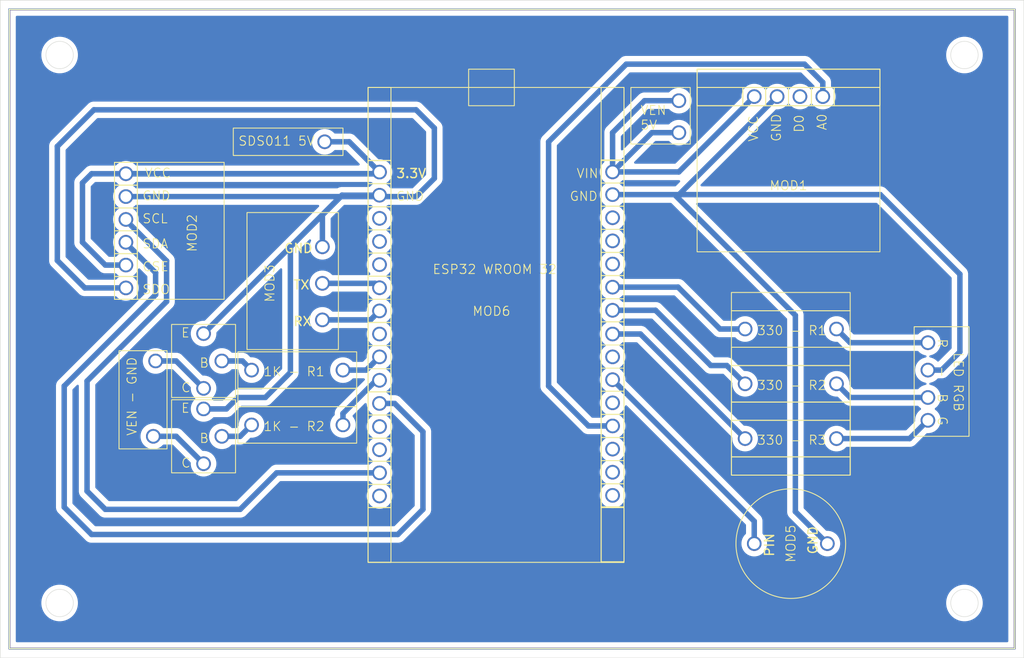
<source format=kicad_pcb>
(kicad_pcb (version 20241229) (generator "pcbnew") (generator_version "9.0")
  (layers (0 "F.Cu" jumper) (2 "B.Cu" mixed) (13 "F.Paste" user) (15 "B.Paste" user) (5 "F.SilkS" user "F.Silkscreen") (7 "B.SilkS" user "B.Silkscreen") (1 "F.Mask" user) (3 "B.Mask" user) (25 "Edge.Cuts" user))
  (net 0 "")
  (net 2 "Net-(MOD1-A0)")
  (net 3 "Net-(MOD1-GND)")
  (net 4 "Net-(MOD1-5V)")
  (net 5 "Net-(MOD2-GND)")
  (net 6 "Net-(MOD2-SCL)")
  (net 7 "Net-(MOD2-3.3V)")
  (net 8 "Net-(MOD2-SDA)")
  (net 9 "Net-(MOD3-TX)")
  (net 10 "Net-(MOD3-RX)")
  (net 11 "Net-(MOD4-R)")
  (net 12 "Net-(MOD4-G)")
  (net 13 "Net-(MOD4-B)")
  (net 14 "Net-(MOD5-PIN)")
  (net 18 "Net-(MOD6-D27)")
  (net 22 "Net-(MOD6-D18)")
  (net 26 "Net-(MOD6-D19)")
  (net 30 "Net-(MOD6-D25)")
  (net 34 "Net-(MOD6-D26)")
  (net 35 "unconnected-(U1-C-Pad3)")
  (net 36 "Net-(U1-B)")
  (net 37 "unconnected-(U3-C-Pad3)")
  (net 38 "Net-(U3-B)")
  (footprint "LIBRARYCOMP:BUZZER" (layer "F.Cu") (at 170.5 128 90)
    (property "Reference" "MOD5" (at 0 0 90) (layer "F.SilkS") (effects (font (thickness 0.1))))
    (property "Value" "BUZZER" (hide yes))
    (fp_circle (center 0 0) (end 6 0) (stroke (width 0.1)) (fill no) (layer "F.SilkS"))
    (fp_text user "PIN" (at -1.5 -1.75 90) (layer "F.SilkS") (effects (justify left bottom)))
    (fp_text user "GND" (at -1.25 3 90) (layer "F.SilkS") (effects (justify left bottom)))
    (pad "1" thru_hole circle (at 0 -4 90) (size 1.6 1.6) (drill 1.2) (layers "*.Cu" "*.Mask") (net 14 "Net-(MOD5-PIN)"))
    (pad "2" thru_hole circle (at 0 4 90) (size 1.6 1.6) (drill 1.2) (layers "*.Cu" "*.Mask") (net 3 "Net-(MOD1-GND)"))
  )
  (footprint "LIBRARYCOMP:ESP32 WROOM 32" (layer "F.Cu") (at 137.75 103.05)
    (property "Reference" "MOD6" (at 0 -0.5 0) (layer "F.SilkS") (effects (font (thickness 0.1))))
    (property "Value" "MOD" (hide yes))
    (fp_rect (start -13.5 -25) (end -11 -17) (stroke (width 0.1)) (fill no) (layer "F.SilkS"))
    (fp_rect (start -13.5 -25) (end 14.5 27) (stroke (width 0.1)) (fill no) (layer "F.SilkS"))
    (fp_rect (start -13.5 -17) (end -11 -14.466666) (stroke (width 0.1)) (fill no) (layer "F.SilkS"))
    (fp_rect (start -13.5 -17) (end -11 21) (stroke (width 0.1)) (fill no) (layer "F.SilkS"))
    (fp_rect (start -13.5 -14.466666) (end -11 -11.933332) (stroke (width 0.1)) (fill no) (layer "F.SilkS"))
    (fp_rect (start -13.5 -11.933332) (end -11 -9.399998) (stroke (width 0.1)) (fill no) (layer "F.SilkS"))
    (fp_rect (start -13.5 -9.399998) (end -11 -6.866664) (stroke (width 0.1)) (fill no) (layer "F.SilkS"))
    (fp_rect (start -13.5 -6.866664) (end -11 -4.33333) (stroke (width 0.1)) (fill no) (layer "F.SilkS"))
    (fp_rect (start -13.5 -4.33333) (end -11 -1.799996) (stroke (width 0.1)) (fill no) (layer "F.SilkS"))
    (fp_rect (start -13.5 -1.799996) (end -11 0.733338) (stroke (width 0.1)) (fill no) (layer "F.SilkS"))
    (fp_rect (start -13.5 0.733338) (end -11 3.266672) (stroke (width 0.1)) (fill no) (layer "F.SilkS"))
    (fp_rect (start -13.5 5.799996) (end -11 8.33333) (stroke (width 0.1)) (fill no) (layer "F.SilkS"))
    (fp_rect (start -13.5 8.33333) (end -11 10.866664) (stroke (width 0.1)) (fill no) (layer "F.SilkS"))
    (fp_rect (start -13.5 10.866664) (end -11 13.399998) (stroke (width 0.1)) (fill no) (layer "F.SilkS"))
    (fp_rect (start -13.5 13.399998) (end -11 15.933332) (stroke (width 0.1)) (fill no) (layer "F.SilkS"))
    (fp_rect (start -13.5 15.933332) (end -11 18.466666) (stroke (width 0.1)) (fill no) (layer "F.SilkS"))
    (fp_rect (start -13.5 18.466666) (end -11 21) (stroke (width 0.1)) (fill no) (layer "F.SilkS"))
    (fp_rect (start -13.5 21) (end -11 27) (stroke (width 0.1)) (fill no) (layer "F.SilkS"))
    (fp_rect (start -2.5 -27) (end 2.5 -23) (stroke (width 0.1)) (fill no) (layer "F.SilkS"))
    (fp_rect (start 12 -25) (end 14.5 -17) (stroke (width 0.1)) (fill no) (layer "F.SilkS"))
    (fp_rect (start 12 -17.066668) (end 14.5 -14.533334) (stroke (width 0.1)) (fill no) (layer "F.SilkS"))
    (fp_rect (start 12 -17.066668) (end 14.5 20.933332) (stroke (width 0.1)) (fill no) (layer "F.SilkS"))
    (fp_rect (start 12 -17) (end 14.5 21) (stroke (width 0.1)) (fill no) (layer "F.SilkS"))
    (fp_rect (start 12 -14.533334) (end 14.5 -12) (stroke (width 0.1)) (fill no) (layer "F.SilkS"))
    (fp_rect (start 12 -12) (end 14.5 -9.466666) (stroke (width 0.1)) (fill no) (layer "F.SilkS"))
    (fp_rect (start 12 -9.466666) (end 14.5 -6.933332) (stroke (width 0.1)) (fill no) (layer "F.SilkS"))
    (fp_rect (start 12 -6.933332) (end 14.5 -4.399998) (stroke (width 0.1)) (fill no) (layer "F.SilkS"))
    (fp_rect (start 12 -4.399998) (end 14.5 -1.866664) (stroke (width 0.1)) (fill no) (layer "F.SilkS"))
    (fp_rect (start 12 -1.866664) (end 14.5 0.66667) (stroke (width 0.1)) (fill no) (layer "F.SilkS"))
    (fp_rect (start 12 0.66667) (end 14.5 3.200004) (stroke (width 0.1)) (fill no) (layer "F.SilkS"))
    (fp_rect (start 12 5.733328) (end 14.5 8.266662) (stroke (width 0.1)) (fill no) (layer "F.SilkS"))
    (fp_rect (start 12 8.266662) (end 14.5 10.799996) (stroke (width 0.1)) (fill no) (layer "F.SilkS"))
    (fp_rect (start 12 10.799996) (end 14.5 13.33333) (stroke (width 0.1)) (fill no) (layer "F.SilkS"))
    (fp_rect (start 12 13.33333) (end 14.5 15.866664) (stroke (width 0.1)) (fill no) (layer "F.SilkS"))
    (fp_rect (start 12 15.866664) (end 14.5 18.399998) (stroke (width 0.1)) (fill no) (layer "F.SilkS"))
    (fp_rect (start 12 18.399998) (end 14.5 20.933332) (stroke (width 0.1)) (fill no) (layer "F.SilkS"))
    (fp_rect (start 12 20.933332) (end 14.5 26.933332) (stroke (width 0.1)) (fill no) (layer "F.SilkS"))
    (fp_rect (start 12 21) (end 14.5 27) (stroke (width 0.1)) (fill no) (layer "F.SilkS"))
    (fp_text user "GND" (at 8.5 -12.5 0) (layer "F.SilkS") (effects (font (thickness 0.1)) (justify left bottom)))
    (fp_text user "3.3V" (at -10.5 -15 0) (layer "F.SilkS") (effects (justify left bottom)))
    (fp_text user "GND" (at -10.5 -12.5 0) (layer "F.SilkS") (effects (font (thickness 0.1)) (justify left bottom)))
    (fp_text user "ESP32 WROOM 32" (at -6.5 -4.5 0) (layer "F.SilkS") (effects (font (thickness 0.1)) (justify left bottom)))
    (fp_text user "VIN" (at 9.25 -15 0) (layer "F.SilkS") (effects (font (thickness 0.1)) (justify left bottom)))
    (pad "1" thru_hole circle (at 13.25 -15.75) (size 1.6 1.6) (drill 1.2) (layers "*.Cu" "*.Mask") (net 4 "Net-(MOD1-5V)"))
    (pad "2" thru_hole circle (at 13.25 -13.266667) (size 1.6 1.6) (drill 1.2) (layers "*.Cu" "*.Mask") (net 3 "Net-(MOD1-GND)"))
    (pad "3" thru_hole circle (at 13.25 -10.733333) (size 1.6 1.6) (drill 1.2) (layers "*.Cu" "*.Mask"))
    (pad "4" thru_hole circle (at 13.25 -8.199999) (size 1.6 1.6) (drill 1.2) (layers "*.Cu" "*.Mask"))
    (pad "5" thru_hole circle (at 13.25 -5.666665) (size 1.6 1.6) (drill 1.2) (layers "*.Cu" "*.Mask"))
    (pad "6" thru_hole circle (at 13.25 -3.133331) (size 1.6 1.6) (drill 1.2) (layers "*.Cu" "*.Mask") (net 18 "Net-(MOD6-D27)"))
    (pad "7" thru_hole circle (at 13.25 -0.599997) (size 1.6 1.6) (drill 1.2) (layers "*.Cu" "*.Mask") (net 34 "Net-(MOD6-D26)"))
    (pad "8" thru_hole circle (at 13.25 2) (size 1.6 1.6) (drill 1.2) (layers "*.Cu" "*.Mask") (net 30 "Net-(MOD6-D25)"))
    (pad "9" thru_hole circle (at 13.25 4.5) (size 1.6 1.6) (drill 1.2) (layers "*.Cu" "*.Mask"))
    (pad "10" thru_hole circle (at 13.25 6.999995) (size 1.6 1.6) (drill 1.2) (layers "*.Cu" "*.Mask") (net 14 "Net-(MOD5-PIN)"))
    (pad "11" thru_hole circle (at 13.25 9.533329) (size 1.6 1.6) (drill 1.2) (layers "*.Cu" "*.Mask"))
    (pad "12" thru_hole circle (at 13.25 12.066663) (size 1.6 1.6) (drill 1.2) (layers "*.Cu" "*.Mask") (net 2 "Net-(MOD1-A0)"))
    (pad "13" thru_hole circle (at 13.25 14.599997) (size 1.6 1.6) (drill 1.2) (layers "*.Cu" "*.Mask"))
    (pad "14" thru_hole circle (at 13.25 17.133331) (size 1.6 1.6) (drill 1.2) (layers "*.Cu" "*.Mask"))
    (pad "15" thru_hole circle (at 13.25 19.666665) (size 1.6 1.6) (drill 1.2) (layers "*.Cu" "*.Mask"))
    (pad "16" thru_hole circle (at -12.25 -15.733333) (size 1.6 1.6) (drill 1.2) (layers "*.Cu" "*.Mask") (net 7 "Net-(MOD2-3.3V)"))
    (pad "17" thru_hole circle (at -12.25 -13.199999) (size 1.6 1.6) (drill 1.2) (layers "*.Cu" "*.Mask") (net 5 "Net-(MOD2-GND)"))
    (pad "18" thru_hole circle (at -12.25 -10.666665) (size 1.6 1.6) (drill 1.2) (layers "*.Cu" "*.Mask"))
    (pad "19" thru_hole circle (at -12.25 -8.133331) (size 1.6 1.6) (drill 1.2) (layers "*.Cu" "*.Mask"))
    (pad "20" thru_hole circle (at -12.25 -5.599997) (size 1.6 1.6) (drill 1.2) (layers "*.Cu" "*.Mask"))
    (pad "21" thru_hole circle (at -12.25 -3.066663) (size 1.6 1.6) (drill 1.2) (layers "*.Cu" "*.Mask") (net 9 "Net-(MOD3-TX)"))
    (pad "22" thru_hole circle (at -12.25 -0.533329) (size 1.6 1.6) (drill 1.2) (layers "*.Cu" "*.Mask") (net 10 "Net-(MOD3-RX)"))
    (pad "23" thru_hole circle (at -12.25 2.000005) (size 1.6 1.6) (drill 1.2) (layers "*.Cu" "*.Mask"))
    (pad "24" thru_hole circle (at -12.25 4.5) (size 1.6 1.6) (drill 1.2) (layers "*.Cu" "*.Mask") (net 22 "Net-(MOD6-D18)"))
    (pad "25" thru_hole circle (at -12.25 7.066663) (size 1.6 1.6) (drill 1.2) (layers "*.Cu" "*.Mask") (net 26 "Net-(MOD6-D19)"))
    (pad "26" thru_hole circle (at -12.25 9.599997) (size 1.6 1.6) (drill 1.2) (layers "*.Cu" "*.Mask") (net 8 "Net-(MOD2-SDA)"))
    (pad "27" thru_hole circle (at -12.25 12.133331) (size 1.6 1.6) (drill 1.2) (layers "*.Cu" "*.Mask"))
    (pad "28" thru_hole circle (at -12.25 14.666665) (size 1.6 1.6) (drill 1.2) (layers "*.Cu" "*.Mask"))
    (pad "29" thru_hole circle (at -12.25 17.199999) (size 1.6 1.6) (drill 1.2) (layers "*.Cu" "*.Mask") (net 6 "Net-(MOD2-SCL)"))
    (pad "30" thru_hole circle (at -12.25 19.733333) (size 1.6 1.6) (drill 1.2) (layers "*.Cu" "*.Mask"))
  )
  (footprint "" (layer "F.Cu") (at 158.25 79.5)
    (property "Reference" "" (at 0 0 0) (layer "F.SilkS") (effects (font (size 1.27 1.27))))
    (property "Value" "")
    (pad "VEN" thru_hole circle (at 0 0) (size 1.6 1.6) (drill 1.2) (layers "*.Cu" "*.Mask") (net 4 "Net-(MOD1-5V)"))
  )
  (footprint "LIBRARYCOMP:SDS011" (layer "F.Cu") (at 116 99.5)
    (property "Reference" "MOD3" (at -2.5 0 90) (layer "F.SilkS") (effects (font (thickness 0.1))))
    (property "Value" "SDS011" (hide yes))
    (fp_rect (start -5 -7.75) (end 5 7.25) (stroke (width 0.1)) (fill no) (layer "F.SilkS"))
    (fp_text user "RX" (at 0 4.75 0) (layer "F.SilkS") (effects (justify left bottom)))
    (fp_text user "GND" (at -1 -3.25 0) (layer "F.SilkS") (effects (justify left bottom)))
    (fp_text user "TX" (at 0 0.75 0) (layer "F.SilkS") (effects (justify left bottom)))
    (pad "1" thru_hole circle (at 3.25 -4) (size 1.6 1.6) (drill 1.2) (layers "*.Cu" "*.Mask") (net 5 "Net-(MOD2-GND)"))
    (pad "2" thru_hole circle (at 3.25 0) (size 1.6 1.6) (drill 1.2) (layers "*.Cu" "*.Mask") (net 9 "Net-(MOD3-TX)"))
    (pad "3" thru_hole circle (at 3.25 4) (size 1.6 1.6) (drill 1.2) (layers "*.Cu" "*.Mask") (net 10 "Net-(MOD3-RX)"))
  )
  (footprint "" (layer "F.Cu") (at 100.75 116.25)
    (property "Reference" "" (at 0 0 0) (layer "F.SilkS") (effects (font (size 1.27 1.27))))
    (property "Value" "")
    (pad "VEN" thru_hole circle (at 0 0) (size 1.6 1.6) (drill 1.2) (layers "*.Cu" "*.Mask") (net 35 "unconnected-(U1-C-Pad3)"))
  )
  (footprint "LIBRARYCOMP:RN_GROUP" (layer "F.Cu") (at 117.5 112.5)
    (property "Reference" "U4" (hide yes))
    (property "Value" "RN_GROUP" (hide yes))
    (fp_rect (start -7.5 -5.5) (end 5.5 -1.5) (stroke (width 0.1)) (fill no) (layer "F.SilkS"))
    (fp_rect (start -7.5 -1.5) (end 5.5 0.5) (stroke (width 0.1)) (fill no) (layer "F.SilkS"))
    (fp_rect (start -7.5 0.5) (end 5.5 4.5) (stroke (width 0.1)) (fill no) (layer "F.SilkS"))
    (fp_text user "1K - R2" (at -4.75 3.25 0) (layer "F.SilkS") (effects (font (thickness 0.1)) (justify left bottom)))
    (fp_text user "1K - R1" (at -4.75 -2.75 0) (layer "F.SilkS") (effects (font (thickness 0.1)) (justify left bottom)))
    (pad "1" thru_hole circle (at 4 -3.5) (size 1.6 1.6) (drill 1.2) (layers "*.Cu" "*.Mask") (net 22 "Net-(MOD6-D18)"))
    (pad "2" thru_hole circle (at -6 -3.5) (size 1.6 1.6) (drill 1.2) (layers "*.Cu" "*.Mask") (net 38 "Net-(U3-B)"))
    (pad "3" thru_hole circle (at 4 2.5) (size 1.6 1.6) (drill 1.2) (layers "*.Cu" "*.Mask") (net 26 "Net-(MOD6-D19)"))
    (pad "4" thru_hole circle (at -6 2.5) (size 1.6 1.6) (drill 1.2) (layers "*.Cu" "*.Mask") (net 36 "Net-(U1-B)"))
  )
  (footprint "" (layer "F.Cu") (at 158.25 83)
    (property "Reference" "" (at 0 0 0) (layer "F.SilkS") (effects (font (size 1.27 1.27))))
    (property "Value" "")
    (pad "VEN" thru_hole circle (at 0 0) (size 1.6 1.6) (drill 1.2) (layers "*.Cu" "*.Mask") (net 4 "Net-(MOD1-5V)"))
  )
  (footprint "LIBRARYCOMP:LED RGB" (layer "F.Cu") (at 165 104.25 -90)
    (property "Reference" "MOD4" (hide yes))
    (property "Value" "LED RGB" (hide yes))
    (fp_rect (start 0 -25) (end 12 -19) (stroke (width 0.1)) (fill no) (layer "F.SilkS"))
    (fp_text user "LED RGB" (at 2.75 -23.25 270) (layer "F.SilkS") (effects (font (thickness 0.1)) (justify left bottom)))
    (fp_text user "-" (at 4.25 -21.5 270) (layer "F.SilkS") (effects (font (thickness 0.1)) (justify left bottom)))
    (fp_text user "R" (at 1.25 -21.5 270) (layer "F.SilkS") (effects (font (thickness 0.1)) (justify left bottom)))
    (fp_text user "B" (at 7.25 -21.5 270) (layer "F.SilkS") (effects (font (thickness 0.1)) (justify left bottom)))
    (fp_text user "G" (at 9.75 -21.5 270) (layer "F.SilkS") (effects (font (thickness 0.1)) (justify left bottom)))
    (pad "1" thru_hole circle (at 1.75 -20.5 270) (size 1.6 1.6) (drill 1.2) (layers "*.Cu" "*.Mask") (net 11 "Net-(MOD4-R)"))
    (pad "2" thru_hole circle (at 4.75 -20.5 270) (size 1.6 1.6) (drill 1.2) (layers "*.Cu" "*.Mask") (net 3 "Net-(MOD1-GND)"))
    (pad "3" thru_hole circle (at 7.75 -20.5 270) (size 1.6 1.6) (drill 1.2) (layers "*.Cu" "*.Mask") (net 13 "Net-(MOD4-B)"))
    (pad "4" thru_hole circle (at 10.25 -20.5 270) (size 1.6 1.6) (drill 1.2) (layers "*.Cu" "*.Mask") (net 12 "Net-(MOD4-G)"))
  )
  (footprint "LIBRARYCOMP:GROUP_R" (layer "F.Cu") (at 170.5 110.5)
    (property "Reference" "U2" (hide yes))
    (property "Value" "R_GROUP" (hide yes))
    (fp_rect (start -6.5 -10) (end 6.5 -8) (stroke (width 0.1)) (fill no) (layer "F.SilkS"))
    (fp_rect (start -6.5 -8) (end 6.5 10) (stroke (width 0.1)) (fill no) (layer "F.SilkS"))
    (fp_rect (start -6.5 -4) (end 6.5 -2) (stroke (width 0.1)) (fill no) (layer "F.SilkS"))
    (fp_rect (start -6.5 -2) (end 6.5 2) (stroke (width 0.1)) (fill no) (layer "F.SilkS"))
    (fp_rect (start -6.5 2) (end 6.5 4) (stroke (width 0.1)) (fill no) (layer "F.SilkS"))
    (fp_rect (start -6.5 4) (end 6.5 8) (stroke (width 0.1)) (fill no) (layer "F.SilkS"))
    (fp_rect (start -6.5 8) (end 6.5 10) (stroke (width 0.1)) (fill no) (layer "F.SilkS"))
    (fp_text user "330 - R2" (at -3.75 0.75 0) (layer "F.SilkS") (effects (font (thickness 0.1)) (justify left bottom)))
    (fp_text user "330 - R3" (at -3.75 6.75 0) (layer "F.SilkS") (effects (font (thickness 0.1)) (justify left bottom)))
    (fp_text user "330 - R1" (at -3.75 -5.25 0) (layer "F.SilkS") (effects (font (thickness 0.1)) (justify left bottom)))
    (pad "1" thru_hole circle (at 5 -6) (size 1.6 1.6) (drill 1.2) (layers "*.Cu" "*.Mask") (net 11 "Net-(MOD4-R)"))
    (pad "2" thru_hole circle (at -5 -6) (size 1.6 1.6) (drill 1.2) (layers "*.Cu" "*.Mask") (net 18 "Net-(MOD6-D27)"))
    (pad "3" thru_hole circle (at 5 0) (size 1.6 1.6) (drill 1.2) (layers "*.Cu" "*.Mask") (net 13 "Net-(MOD4-B)"))
    (pad "4" thru_hole circle (at -5 0) (size 1.6 1.6) (drill 1.2) (layers "*.Cu" "*.Mask") (net 34 "Net-(MOD6-D26)"))
    (pad "5" thru_hole circle (at 5 6) (size 1.6 1.6) (drill 1.2) (layers "*.Cu" "*.Mask") (net 12 "Net-(MOD4-G)"))
    (pad "6" thru_hole circle (at -5 6) (size 1.6 1.6) (drill 1.2) (layers "*.Cu" "*.Mask") (net 30 "Net-(MOD6-D25)"))
  )
  (footprint "LIBRARYCOMP:2N2222" (layer "F.Cu") (at 111.75 104)
    (property "Reference" "U3" (hide yes))
    (property "Value" "2N2222" (hide yes))
    (fp_rect (start -9 0) (end -2 8) (stroke (width 0.1)) (fill no) (layer "F.SilkS"))
    (fp_text user "B" (at -6 4.8 0) (layer "F.SilkS") (effects (font (thickness 0.1)) (justify left bottom)))
    (fp_text user "E" (at -8 1.5 0) (layer "F.SilkS") (effects (font (thickness 0.1)) (justify left bottom)))
    (fp_text user "C" (at -8 7.5 0) (layer "F.SilkS") (effects (font (thickness 0.1)) (justify left bottom)))
    (pad "1" thru_hole circle (at -3.5 4) (size 1.6 1.6) (drill 1.2) (layers "*.Cu" "*.Mask") (net 38 "Net-(U3-B)"))
    (pad "2" thru_hole circle (at -5.5 1) (size 1.6 1.6) (drill 1.2) (layers "*.Cu" "*.Mask") (net 5 "Net-(MOD2-GND)"))
    (pad "3" thru_hole circle (at -5.5 7) (size 1.6 1.6) (drill 1.2) (layers "*.Cu" "*.Mask") (net 37 "unconnected-(U3-C-Pad3)"))
  )
  (footprint "" (layer "F.Cu") (at 119.5 84)
    (property "Reference" "" (at 0 0 0) (layer "F.SilkS") (effects (font (size 1.27 1.27))))
    (property "Value" "")
    (pad "S" thru_hole circle (at 0 0 90) (size 1.6 1.6) (drill 1.2) (layers "*.Cu" "*.Mask") (net 7 "Net-(MOD2-3.3V)"))
  )
  (footprint "" (layer "F.Cu") (at 101 108)
    (property "Reference" "" (at 0 0 0) (layer "F.SilkS") (effects (font (size 1.27 1.27))))
    (property "Value" "")
    (pad "VEN" thru_hole circle (at 0 0) (size 1.6 1.6) (drill 1.2) (layers "*.Cu" "*.Mask") (net 37 "unconnected-(U3-C-Pad3)"))
  )
  (footprint "LIBRARYCOMP:2N2222" (layer "F.Cu") (at 111.75 112.25)
    (property "Reference" "U1" (hide yes))
    (property "Value" "2N2222" (hide yes))
    (fp_rect (start -9 0) (end -2 8) (stroke (width 0.1)) (fill no) (layer "F.SilkS"))
    (fp_text user "E" (at -8 1.5 0) (layer "F.SilkS") (effects (font (thickness 0.1)) (justify left bottom)))
    (fp_text user "B" (at -6 4.8 0) (layer "F.SilkS") (effects (font (thickness 0.1)) (justify left bottom)))
    (fp_text user "C" (at -8 7.5 0) (layer "F.SilkS") (effects (font (thickness 0.1)) (justify left bottom)))
    (pad "1" thru_hole circle (at -3.5 4) (size 1.6 1.6) (drill 1.2) (layers "*.Cu" "*.Mask") (net 36 "Net-(U1-B)"))
    (pad "2" thru_hole circle (at -5.5 1) (size 1.6 1.6) (drill 1.2) (layers "*.Cu" "*.Mask") (net 5 "Net-(MOD2-GND)"))
    (pad "3" thru_hole circle (at -5.5 7) (size 1.6 1.6) (drill 1.2) (layers "*.Cu" "*.Mask") (net 35 "unconnected-(U1-C-Pad3)"))
  )
  (footprint "LIBRARYCOMP:MQ-135" (layer "F.Cu") (at 170.25 83.55)
    (property "Reference" "MOD1" (at 0 5.25 0) (layer "F.SilkS") (effects (font (thickness 0.1))))
    (property "Value" "MQ-135" (hide yes))
    (fp_rect (start -10 -7.5) (end 10 -5.5) (stroke (width 0.1)) (fill no) (layer "F.SilkS"))
    (fp_rect (start -10 -7.5) (end 10 12.5) (stroke (width 0.1)) (fill no) (layer "F.SilkS"))
    (fp_rect (start -10 -5.5) (end -5 -3.5) (stroke (width 0.1)) (fill no) (layer "F.SilkS"))
    (fp_rect (start -10 -5.5) (end 10 -3.5) (stroke (width 0.1)) (fill no) (layer "F.SilkS"))
    (fp_rect (start -5 -5.5) (end -2.5 -3.5) (stroke (width 0.1)) (fill no) (layer "F.SilkS"))
    (fp_rect (start -2.5 -5.5) (end 0 -3.5) (stroke (width 0.1)) (fill no) (layer "F.SilkS"))
    (fp_rect (start 0 -5.5) (end 2.5 -3.5) (stroke (width 0.1)) (fill no) (layer "F.SilkS"))
    (fp_rect (start 2.5 -5.5) (end 5 -3.5) (stroke (width 0.1)) (fill no) (layer "F.SilkS"))
    (fp_rect (start 5 -5.5) (end 10 -3.5) (stroke (width 0.1)) (fill no) (layer "F.SilkS"))
    (fp_text user "D0" (at 1.75 -0.5 90) (layer "F.SilkS") (effects (font (thickness 0.1)) (justify left bottom)))
    (fp_text user "A0" (at 4.25 -0.75 90) (layer "F.SilkS") (effects (font (thickness 0.1)) (justify left bottom)))
    (fp_text user "VCC" (at -3.25 0.5 90) (layer "F.SilkS") (effects (font (thickness 0.1)) (justify left bottom)))
    (fp_text user "GND" (at -0.75 0.5 90) (layer "F.SilkS") (effects (font (thickness 0.1)) (justify left bottom)))
    (pad "1" thru_hole circle (at -3.75 -4.5) (size 1.6 1.6) (drill 1.2) (layers "*.Cu" "*.Mask") (net 4 "Net-(MOD1-5V)"))
    (pad "2" thru_hole circle (at -1.25 -4.5) (size 1.6 1.6) (drill 1.2) (layers "*.Cu" "*.Mask") (net 3 "Net-(MOD1-GND)"))
    (pad "3" thru_hole circle (at 1.25 -4.5) (size 1.6 1.6) (drill 1.2) (layers "*.Cu" "*.Mask"))
    (pad "4" thru_hole circle (at 3.75 -4.5) (size 1.6 1.6) (drill 1.2) (layers "*.Cu" "*.Mask") (net 2 "Net-(MOD1-A0)"))
  )
  (footprint "LIBRARYCOMP:BMP280" (layer "F.Cu") (at 102.5 94)
    (property "Reference" "MOD2" (at 2.5 0 90) (layer "F.SilkS") (effects (font (thickness 0.1))))
    (property "Value" "BMP280" (hide yes))
    (fp_rect (start -6 -7.75) (end -3.5 -5.25) (stroke (width 0.1)) (fill no) (layer "F.SilkS"))
    (fp_rect (start -6 -7.75) (end -3.5 7.25) (stroke (width 0.1)) (fill no) (layer "F.SilkS"))
    (fp_rect (start -6 -7.75) (end 6 7.25) (stroke (width 0.1)) (fill no) (layer "F.SilkS"))
    (fp_rect (start -6 -5.25) (end -3.5 -2.75) (stroke (width 0.1)) (fill no) (layer "F.SilkS"))
    (fp_rect (start -6 -2.75) (end -3.5 -0.25) (stroke (width 0.1)) (fill no) (layer "F.SilkS"))
    (fp_rect (start -6 -0.25) (end -3.5 2.25) (stroke (width 0.1)) (fill no) (layer "F.SilkS"))
    (fp_rect (start -6 2.25) (end -3.5 4.75) (stroke (width 0.1)) (fill no) (layer "F.SilkS"))
    (fp_rect (start -6 4.75) (end -3.5 7.25) (stroke (width 0.1)) (fill no) (layer "F.SilkS"))
    (fp_text user "SCL" (at -3 -1 0) (layer "F.SilkS") (effects (font (thickness 0.1)) (justify left bottom)))
    (fp_text user "SDA" (at -3 1.75 0) (layer "F.SilkS") (effects (font (thickness 0.1)) (justify left bottom)))
    (fp_text user "GND" (at -3 -3.5 0) (layer "F.SilkS") (effects (font (thickness 0.1)) (justify left bottom)))
    (fp_text user "CSE" (at -3 4.25 0) (layer "F.SilkS") (effects (font (thickness 0.1)) (justify left bottom)))
    (fp_text user "SDO" (at -3 6.75 0) (layer "F.SilkS") (effects (font (thickness 0.1)) (justify left bottom)))
    (fp_text user "VCC" (at -2.75 -6 0) (layer "F.SilkS") (effects (font (thickness 0.1)) (justify left bottom)))
    (pad "1" thru_hole circle (at -4.75 -6.5 90) (size 1.6 1.6) (drill 1.2) (layers "*.Cu" "*.Mask") (net 7 "Net-(MOD2-3.3V)"))
    (pad "2" thru_hole circle (at -4.75 -4 90) (size 1.6 1.6) (drill 1.2) (layers "*.Cu" "*.Mask") (net 5 "Net-(MOD2-GND)"))
    (pad "3" thru_hole circle (at -4.75 -1.5 90) (size 1.6 1.6) (drill 1.2) (layers "*.Cu" "*.Mask") (net 6 "Net-(MOD2-SCL)"))
    (pad "4" thru_hole circle (at -4.75 1 90) (size 1.6 1.6) (drill 1.2) (layers "*.Cu" "*.Mask") (net 8 "Net-(MOD2-SDA)"))
    (pad "5" thru_hole circle (at -4.75 3.5 90) (size 1.6 1.6) (drill 1.2) (layers "*.Cu" "*.Mask") (net 7 "Net-(MOD2-3.3V)"))
    (pad "6" thru_hole circle (at -4.75 6 90) (size 1.6 1.6) (drill 1.2) (layers "*.Cu" "*.Mask") (net 5 "Net-(MOD2-GND)"))
  )
  (gr_rect (start 85 69.5) (end 195 139.5) (stroke (width 0.2)) (fill no) (layer "F.Cu"))
  (gr_rect (start 85 69.5) (end 195 139.5) (stroke (width 0.2)) (fill no) (layer "B.Cu"))
  (gr_rect (start 85 69.5) (end 195 139.5) (stroke (width 0.1)) (fill no) (layer "F.SilkS"))
  (gr_rect (start 97 106.875) (end 102.25 117.625) (stroke (width 0.1)) (fill no) (layer "F.SilkS"))
  (gr_rect (start 153 78.05) (end 159.5 84.25) (stroke (width 0.1)) (fill no) (layer "F.SilkS"))
  (gr_rect (start 109.5 82.5) (end 121.5 85.5) (stroke (width 0.1)) (fill no) (layer "F.SilkS"))
  (gr_circle (center 90.5 134.5) (end 92 134.5) (stroke (width 0.05)) (fill no) (layer "Edge.Cuts"))
  (gr_circle (center 189.5 74.5) (end 191 74.5) (stroke (width 0.05)) (fill no) (layer "Edge.Cuts"))
  (gr_circle (center 90.5 74.5) (end 92 74.5) (stroke (width 0.05)) (fill no) (layer "Edge.Cuts"))
  (gr_rect (start 84 68.5) (end 196 140.5) (stroke (width 0.05)) (fill no) (layer "Edge.Cuts"))
  (gr_circle (center 189.5 134.5) (end 191 134.5) (stroke (width 0.05)) (fill no) (layer "Edge.Cuts"))
  (gr_text "VEN - GND\n" (at 99 116.25 90) (layer "F.SilkS") (effects (font (size 1 1) (thickness 0.1)) (justify left bottom)))
  (gr_text "SDS011 5V" (at 110 84.5 0) (layer "F.SilkS") (effects (font (size 1 1) (thickness 0.1)) (justify left bottom)))
  (gr_text "VEN\n5V\n" (at 154 82.75 0) (layer "F.SilkS") (effects (font (size 1 1) (thickness 0.1)) (justify left bottom)))
  (segment (start 174 79.05) (end 174 77.5) (width 0.6) (layer "B.Cu") (net 2))
  (segment (start 144 110.75) (end 148.366663 115.116663) (width 0.6) (layer "B.Cu") (net 2))
  (segment (start 144 84) (end 144 110.75) (width 0.6) (layer "B.Cu") (net 2))
  (segment (start 174 77.5) (end 172 75.5) (width 0.6) (layer "B.Cu") (net 2))
  (segment (start 148.366663 115.116663) (end 151 115.116663) (width 0.6) (layer "B.Cu") (net 2))
  (segment (start 172 75.5) (end 152.5 75.5) (width 0.6) (layer "B.Cu") (net 2))
  (segment (start 152.5 75.5) (end 144 84) (width 0.6) (layer "B.Cu") (net 2))
  (segment (start 171 103) (end 157.783333 89.783333) (width 0.6) (layer "B.Cu") (net 3))
  (segment (start 174.5 128) (end 171 124.5) (width 0.6) (layer "B.Cu") (net 3))
  (segment (start 153.188911 89.783333) (end 152 89.783333) (width 0.6) (layer "B.Cu") (net 3))
  (segment (start 189 107) (end 189 98.5) (width 0.6) (layer "B.Cu") (net 3))
  (segment (start 185.5 109) (end 187 109) (width 0.6) (layer "B.Cu") (net 3))
  (segment (start 157.783333 89.783333) (end 153.188911 89.783333) (width 0.6) (layer "B.Cu") (net 3))
  (segment (start 187 109) (end 189 107) (width 0.6) (layer "B.Cu") (net 3))
  (segment (start 158.266667 89.783333) (end 169 79.05) (width 0.6) (layer "B.Cu") (net 3))
  (segment (start 153.188911 89.783333) (end 151 89.783333) (width 0.6) (layer "B.Cu") (net 3))
  (segment (start 180.283333 89.783333) (end 153.188911 89.783333) (width 0.6) (layer "B.Cu") (net 3))
  (segment (start 171 124.5) (end 171 103) (width 0.6) (layer "B.Cu") (net 3))
  (segment (start 151 89.783333) (end 158.266667 89.783333) (width 0.6) (layer "B.Cu") (net 3))
  (segment (start 189 98.5) (end 180.283333 89.783333) (width 0.6) (layer "B.Cu") (net 3))
  (segment (start 151 87.3) (end 158.25 87.3) (width 0.6) (layer "B.Cu") (net 4))
  (segment (start 158.25 79.5) (end 154.5 79.5) (width 0.6) (layer "B.Cu") (net 4))
  (segment (start 151 83) (end 151 87.3) (width 0.6) (layer "B.Cu") (net 4))
  (segment (start 154.5 79.5) (end 151 83) (width 0.6) (layer "B.Cu") (net 4))
  (segment (start 158.25 87.3) (end 166.5 79.05) (width 0.6) (layer "B.Cu") (net 4))
  (segment (start 158.25 83) (end 155.3 83) (width 0.6) (layer "B.Cu") (net 4))
  (segment (start 155.3 83) (end 151 87.3) (width 0.6) (layer "B.Cu") (net 4))
  (segment (start 97.75 90) (end 125.350001 90) (width 0.6) (layer "B.Cu") (net 5))
  (segment (start 106.25 105) (end 121.399999 89.850001) (width 0.6) (layer "B.Cu") (net 5))
  (segment (start 97.75 100) (end 93.25 100) (width 0.6) (layer "B.Cu") (net 5))
  (segment (start 119.25 95.5) (end 119.25 92) (width 0.6) (layer "B.Cu") (net 5))
  (segment (start 129.5 90) (end 125.649999 90) (width 0.6) (layer "B.Cu") (net 5))
  (segment (start 108.75 113.25) (end 110 112) (width 0.6) (layer "B.Cu") (net 5))
  (segment (start 121.549998 90) (end 125.350001 90) (width 0.6) (layer "B.Cu") (net 5))
  (segment (start 90.25 84.5) (end 94.25 80.5) (width 0.6) (layer "B.Cu") (net 5))
  (segment (start 90.25 97) (end 90.25 84.5) (width 0.6) (layer "B.Cu") (net 5))
  (segment (start 119.25 92) (end 121.25 90) (width 0.6) (layer "B.Cu") (net 5))
  (segment (start 131.5 82.5) (end 131.5 88) (width 0.6) (layer "B.Cu") (net 5))
  (segment (start 121.399999 89.850001) (end 121.549998 90) (width 0.6) (layer "B.Cu") (net 5))
  (segment (start 129.5 80.5) (end 131.5 82.5) (width 0.6) (layer "B.Cu") (net 5))
  (segment (start 121.399999 89.850001) (end 125.5 89.850001) (width 0.6) (layer "B.Cu") (net 5))
  (segment (start 121.25 90) (end 125.350001 90) (width 0.6) (layer "B.Cu") (net 5))
  (segment (start 113 112) (end 115.75 109.25) (width 0.6) (layer "B.Cu") (net 5))
  (segment (start 93.25 100) (end 90.25 97) (width 0.6) (layer "B.Cu") (net 5))
  (segment (start 125.350001 90) (end 125.5 89.850001) (width 0.6) (layer "B.Cu") (net 5))
  (segment (start 106.25 113.25) (end 108.75 113.25) (width 0.6) (layer "B.Cu") (net 5))
  (segment (start 110 112) (end 113 112) (width 0.6) (layer "B.Cu") (net 5))
  (segment (start 115.75 109.25) (end 115.75 95.5) (width 0.6) (layer "B.Cu") (net 5))
  (segment (start 115.75 95.5) (end 121.399999 89.850001) (width 0.6) (layer "B.Cu") (net 5))
  (segment (start 125.649999 90) (end 125.5 89.850001) (width 0.6) (layer "B.Cu") (net 5))
  (segment (start 124.850001 89.850001) (end 125.5 89.850001) (width 0.6) (layer "B.Cu") (net 5))
  (segment (start 94.25 80.5) (end 129.5 80.5) (width 0.6) (layer "B.Cu") (net 5))
  (segment (start 131.5 88) (end 129.5 90) (width 0.6) (layer "B.Cu") (net 5))
  (segment (start 102.200999 97.045421) (end 102.200999 101.497471) (width 0.6) (layer "B.Cu") (net 6))
  (segment (start 97.75 92.594422) (end 102.200999 97.045421) (width 0.6) (layer "B.Cu") (net 6))
  (segment (start 93.5 110.19847) (end 93.5 122.25) (width 0.6) (layer "B.Cu") (net 6))
  (segment (start 95.5 124.25) (end 110.25 124.25) (width 0.6) (layer "B.Cu") (net 6))
  (segment (start 114.250001 120.249999) (end 125.5 120.249999) (width 0.6) (layer "B.Cu") (net 6))
  (segment (start 102.200999 101.497471) (end 93.5 110.19847) (width 0.6) (layer "B.Cu") (net 6))
  (segment (start 97.75 92.5) (end 97.75 92.594422) (width 0.6) (layer "B.Cu") (net 6))
  (segment (start 110.25 124.25) (end 114.250001 120.249999) (width 0.6) (layer "B.Cu") (net 6))
  (segment (start 93.5 122.25) (end 95.5 124.25) (width 0.6) (layer "B.Cu") (net 6))
  (segment (start 94 87.5) (end 125.316667 87.5) (width 0.6) (layer "B.Cu") (net 7))
  (segment (start 93 88.5) (end 94 87.5) (width 0.6) (layer "B.Cu") (net 7))
  (segment (start 95.5 97.5) (end 93 95) (width 0.6) (layer "B.Cu") (net 7))
  (segment (start 93 95) (end 93 88.5) (width 0.6) (layer "B.Cu") (net 7))
  (segment (start 97.75 87.5) (end 125.316667 87.5) (width 0.6) (layer "B.Cu") (net 7))
  (segment (start 119.5 84) (end 122.183333 84) (width 0.6) (layer "B.Cu") (net 7))
  (segment (start 125.316667 87.5) (end 125.5 87.316667) (width 0.6) (layer "B.Cu") (net 7))
  (segment (start 122.183333 84) (end 125.5 87.316667) (width 0.6) (layer "B.Cu") (net 7))
  (segment (start 97.75 97.5) (end 95.5 97.5) (width 0.6) (layer "B.Cu") (net 7))
  (segment (start 91 110.75) (end 91 124) (width 0.6) (layer "B.Cu") (net 8))
  (segment (start 97.75 95) (end 97.655578 95) (width 0.6) (layer "B.Cu") (net 8))
  (segment (start 127.149997 112.649997) (end 125.5 112.649997) (width 0.6) (layer "B.Cu") (net 8))
  (segment (start 91 124) (end 94 127) (width 0.6) (layer "B.Cu") (net 8))
  (segment (start 127.5 127) (end 130.25 124.25) (width 0.6) (layer "B.Cu") (net 8))
  (segment (start 101 100.75) (end 91 110.75) (width 0.6) (layer "B.Cu") (net 8))
  (segment (start 130.25 124.25) (end 130.25 115.75) (width 0.6) (layer "B.Cu") (net 8))
  (segment (start 97.655578 95) (end 101 98.344422) (width 0.6) (layer "B.Cu") (net 8))
  (segment (start 94 127) (end 127.5 127) (width 0.6) (layer "B.Cu") (net 8))
  (segment (start 130.25 115.75) (end 127.149997 112.649997) (width 0.6) (layer "B.Cu") (net 8))
  (segment (start 101 98.344422) (end 101 100.75) (width 0.6) (layer "B.Cu") (net 8))
  (segment (start 119.25 99.5) (end 125.016663 99.5) (width 0.6) (layer "B.Cu") (net 9))
  (segment (start 125.016663 99.5) (end 125.5 99.983337) (width 0.6) (layer "B.Cu") (net 9))
  (segment (start 119.25 103.5) (end 124.516671 103.5) (width 0.6) (layer "B.Cu") (net 10))
  (segment (start 124.516671 103.5) (end 125.5 102.516671) (width 0.6) (layer "B.Cu") (net 10))
  (segment (start 175.5 104.5) (end 177 106) (width 0.6) (layer "B.Cu") (net 11))
  (segment (start 177 106) (end 185.5 106) (width 0.6) (layer "B.Cu") (net 11))
  (segment (start 175.5 116.5) (end 183.5 116.5) (width 0.6) (layer "B.Cu") (net 12))
  (segment (start 183.5 116.5) (end 185.5 114.5) (width 0.6) (layer "B.Cu") (net 12))
  (segment (start 177 112) (end 185.5 112) (width 0.6) (layer "B.Cu") (net 13))
  (segment (start 175.5 110.5) (end 177 112) (width 0.6) (layer "B.Cu") (net 13))
  (segment (start 166.5 125.549995) (end 151 110.049995) (width 0.6) (layer "B.Cu") (net 14))
  (segment (start 166.5 128) (end 166.5 125.549995) (width 0.6) (layer "B.Cu") (net 14))
  (segment (start 162.75 104.5) (end 158.166669 99.916669) (width 0.6) (layer "B.Cu") (net 18))
  (segment (start 158.166669 99.916669) (end 151 99.916669) (width 0.6) (layer "B.Cu") (net 18))
  (segment (start 165.5 104.5) (end 162.75 104.5) (width 0.6) (layer "B.Cu") (net 18))
  (segment (start 124.05 109) (end 125.5 107.55) (width 0.6) (layer "B.Cu") (net 22))
  (segment (start 121.5 109) (end 124.05 109) (width 0.6) (layer "B.Cu") (net 22))
  (segment (start 121.5 113.75) (end 125.133337 110.116663) (width 0.6) (layer "B.Cu") (net 26))
  (segment (start 121.5 115) (end 121.5 113.75) (width 0.6) (layer "B.Cu") (net 26))
  (segment (start 125.133337 110.116663) (end 125.5 110.116663) (width 0.6) (layer "B.Cu") (net 26))
  (segment (start 165.5 116.5) (end 154.05 105.05) (width 0.6) (layer "B.Cu") (net 30))
  (segment (start 154.05 105.05) (end 151 105.05) (width 0.6) (layer "B.Cu") (net 30))
  (segment (start 165.5 110.5) (end 163.5 108.5) (width 0.6) (layer "B.Cu") (net 34))
  (segment (start 155.700003 102.450003) (end 151 102.450003) (width 0.6) (layer "B.Cu") (net 34))
  (segment (start 163.5 108.5) (end 161.75 108.5) (width 0.6) (layer "B.Cu") (net 34))
  (segment (start 161.75 108.5) (end 155.700003 102.450003) (width 0.6) (layer "B.Cu") (net 34))
  (segment (start 100.75 116.25) (end 103.25 116.25) (width 0.6) (layer "B.Cu") (net 35))
  (segment (start 103.25 116.25) (end 106.25 119.25) (width 0.6) (layer "B.Cu") (net 35))
  (segment (start 110.25 116.25) (end 111.5 115) (width 0.6) (layer "B.Cu") (net 36))
  (segment (start 108.25 116.25) (end 110.25 116.25) (width 0.6) (layer "B.Cu") (net 36))
  (segment (start 103.25 108) (end 106.25 111) (width 0.6) (layer "B.Cu") (net 37))
  (segment (start 101 108) (end 103.25 108) (width 0.6) (layer "B.Cu") (net 37))
  (segment (start 110.5 108) (end 111.5 109) (width 0.6) (layer "B.Cu") (net 38))
  (segment (start 108.25 108) (end 110.5 108) (width 0.6) (layer "B.Cu") (net 38))
  (zone (net 0) (net_name "") (layer "B.Cu") (priority 1) (connect_pads (clearance 0.5)) (min_thickness 0.25) (fill yes (thermal_gap 0.5) (thermal_bridge_width 0.5) (island_removal_mode 1) (island_area_min 10))
    (polygon (pts (xy 85 69.5) (xy 195 69.5) (xy 195 139.5) (xy 85 139.5)))
  )
)
</source>
